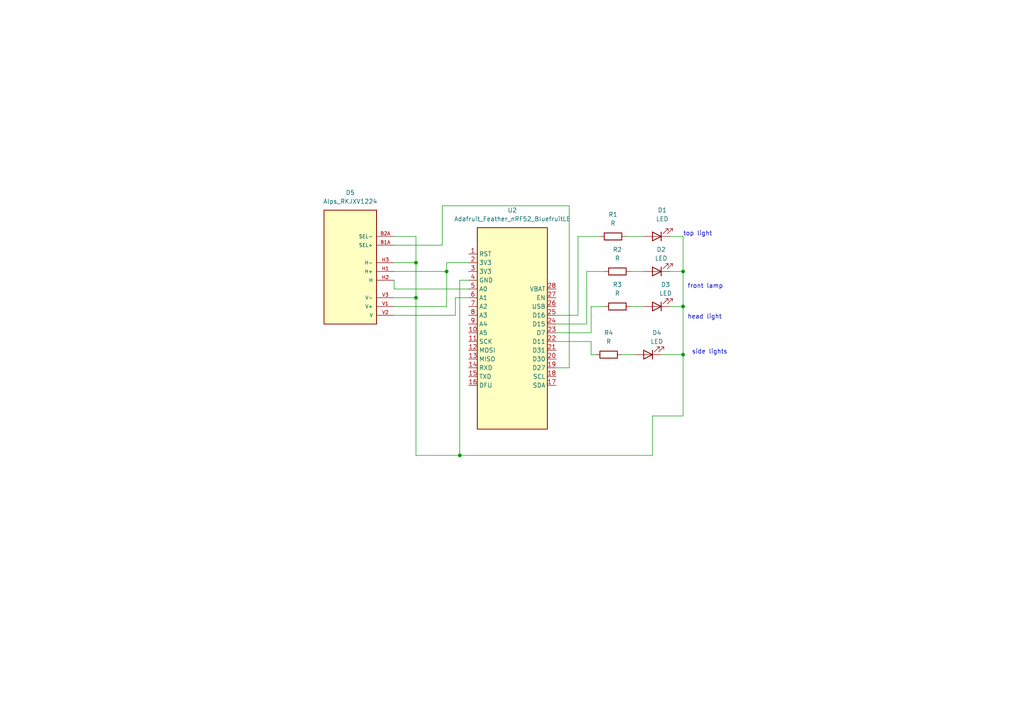
<source format=kicad_sch>
(kicad_sch (version 20211123) (generator eeschema)
  (paper "A4")
  (lib_symbols
    (symbol "Device:LED" (pin_numbers hide) (pin_names (offset 1.016) hide)
      (property "Reference" "D" (at 0 2.54 0))
      (property "Value" "LED" (at 0 -2.54 0))
      (symbol "LED_0_1"
        (polyline (pts (xy -1.27 -1.27) (xy -1.27 1.27)) (stroke (width 0.254)))
        (polyline (pts (xy -1.27 0) (xy 1.27 0)))
        (polyline (pts (xy 1.27 -1.27) (xy 1.27 1.27) (xy -1.27 0) (xy 1.27 -1.27)) (stroke (width 0.254)))
        (polyline (pts (xy -3.048 -0.762) (xy -4.572 -2.286) (xy -3.81 -2.286) (xy -4.572 -2.286) (xy -4.572 -1.524)))
        (polyline (pts (xy -1.778 -0.762) (xy -3.302 -2.286) (xy -2.54 -2.286) (xy -3.302 -2.286) (xy -3.302 -1.524)))
      )
      (symbol "LED_1_1"
        (pin passive line (at -3.81 0 0) (length 2.54) (name "K") (number "1"))
        (pin passive line (at 3.81 0 180) (length 2.54) (name "A") (number "2"))
      )
    )
    (symbol "Device:R" (pin_numbers hide) (pin_names (offset 0))
      (property "Reference" "R" (at 2.032 0 90))
      (property "Value" "R" (at 0 0 90))
      (symbol "R_0_1"
        (rectangle (start -1.016 -2.54) (end 1.016 2.54) (stroke (width 0.254)))
      )
      (symbol "R_1_1"
        (pin passive line (at 0 3.81 270) (length 1.27) (name "~") (number "1"))
        (pin passive line (at 0 -3.81 90) (length 1.27) (name "~") (number "2"))
      )
    )
    (symbol "cq-80:Adafruit_Feather_nRF52_BluefruitLE"
      (property "Reference" "U" (at 0 0 0))
      (property "Value" "Adafruit_Feather_nRF52_BluefruitLE" (at 1.27 -30.48 0))
      (symbol "Adafruit_Feather_nRF52_BluefruitLE_0_1"
        (rectangle (start -10.16 30.48) (end 10.16 -27.94) (stroke (width 0.254)) (fill (type background)))
      )
      (symbol "Adafruit_Feather_nRF52_BluefruitLE_1_1"
        (pin bidirectional line (at -12.7 22.86 0) (length 2.54) (name "RST") (number "1"))
        (pin bidirectional line (at -12.7 0 0) (length 2.54) (name "A5") (number "10"))
        (pin bidirectional line (at -12.7 -2.54 0) (length 2.54) (name "SCK") (number "11"))
        (pin bidirectional line (at -12.7 -5.08 0) (length 2.54) (name "MOSI") (number "12"))
        (pin bidirectional line (at -12.7 -7.62 0) (length 2.54) (name "MISO") (number "13"))
        (pin bidirectional line (at -12.7 -10.16 0) (length 2.54) (name "RXD") (number "14"))
        (pin bidirectional line (at -12.7 -12.7 0) (length 2.54) (name "TXD") (number "15"))
        (pin bidirectional line (at -12.7 -15.24 0) (length 2.54) (name "DFU") (number "16"))
        (pin bidirectional line (at 12.7 -15.24 180) (length 2.54) (name "SDA") (number "17"))
        (pin bidirectional line (at 12.7 -12.7 180) (length 2.54) (name "SCL") (number "18"))
        (pin bidirectional line (at 12.7 -10.16 180) (length 2.54) (name "D27") (number "19"))
        (pin power_in line (at -12.7 20.32 0) (length 2.54) (name "3V3") (number "2"))
        (pin bidirectional line (at 12.7 -7.62 180) (length 2.54) (name "D30") (number "20"))
        (pin bidirectional line (at 12.7 -5.08 180) (length 2.54) (name "D31") (number "21"))
        (pin bidirectional line (at 12.7 -2.54 180) (length 2.54) (name "D11") (number "22"))
        (pin bidirectional line (at 12.7 0 180) (length 2.54) (name "D7") (number "23"))
        (pin bidirectional line (at 12.7 2.54 180) (length 2.54) (name "D15") (number "24"))
        (pin bidirectional line (at 12.7 5.08 180) (length 2.54) (name "D16") (number "25"))
        (pin power_in line (at 12.7 7.62 180) (length 2.54) (name "USB") (number "26"))
        (pin input line (at 12.7 10.16 180) (length 2.54) (name "EN") (number "27"))
        (pin power_in line (at 12.7 12.7 180) (length 2.54) (name "VBAT") (number "28"))
        (pin power_in line (at -12.7 17.78 0) (length 2.54) (name "3V3") (number "3"))
        (pin power_in line (at -12.7 15.24 0) (length 2.54) (name "GND") (number "4"))
        (pin bidirectional line (at -12.7 12.7 0) (length 2.54) (name "A0") (number "5"))
        (pin bidirectional line (at -12.7 10.16 0) (length 2.54) (name "A1") (number "6"))
        (pin bidirectional line (at -12.7 7.62 0) (length 2.54) (name "A2") (number "7"))
        (pin bidirectional line (at -12.7 5.08 0) (length 2.54) (name "A3") (number "8"))
        (pin bidirectional line (at -12.7 2.54 0) (length 2.54) (name "A4") (number "9"))
      )
    )
    (symbol "cq-80:Alps_RKJXV1224" (pin_names (offset 1.016))
      (property "Reference" "U" (at -7.62 16.002 0))
      (property "Value" "Alps_RKJXV1224" (at -7.62 -20.32 0))
      (symbol "Alps_RKJXV1224_0_0"
        (rectangle (start -7.62 -17.78) (end 7.62 15.24) (stroke (width 0.254)) (fill (type background)))
        (pin passive line (at -12.7 -7.62 0) (length 5.08) (name "SEL+") (number "B1A"))
        (pin passive line (at -12.7 -10.16 0) (length 5.08) (name "SEL-") (number "B2A"))
        (pin passive line (at -12.7 0 0) (length 5.08) (name "H+") (number "H1"))
        (pin passive line (at -12.7 2.54 0) (length 5.08) (name "H") (number "H2"))
        (pin passive line (at -12.7 -2.54 0) (length 5.08) (name "H-") (number "H3"))
        (pin passive line (at -12.7 10.16 0) (length 5.08) (name "V+") (number "V1"))
        (pin passive line (at -12.7 12.7 0) (length 5.08) (name "V") (number "V2"))
        (pin passive line (at -12.7 7.62 0) (length 5.08) (name "V-") (number "V3"))
      )
    )
  )
  (junction (at 133.35 132.08))
  (junction (at 120.65 76.2))
  (junction (at 198.12 78.74))
  (junction (at 129.54 78.74))
  (junction (at 198.12 102.87))
  (junction (at 198.12 88.9))
  (junction (at 120.65 86.36))
  (wire (pts (xy 175.26 88.9) (xy 171.45 88.9)))
  (wire (pts (xy 167.64 68.58) (xy 167.64 91.44)))
  (wire (pts (xy 161.29 93.98) (xy 170.18 93.98)))
  (wire (pts (xy 165.1 106.68) (xy 161.29 106.68)))
  (wire (pts (xy 172.72 102.87) (xy 171.45 102.87)))
  (wire (pts (xy 120.65 132.08) (xy 133.35 132.08)))
  (wire (pts (xy 128.27 71.12) (xy 128.27 59.69)))
  (wire (pts (xy 194.31 78.74) (xy 198.12 78.74)))
  (wire (pts (xy 171.45 102.87) (xy 171.45 99.06)))
  (wire (pts (xy 189.23 120.65) (xy 198.12 120.65)))
  (wire (pts (xy 182.88 88.9) (xy 186.69 88.9)))
  (wire (pts (xy 135.89 76.2) (xy 129.54 76.2)))
  (wire (pts (xy 191.77 102.87) (xy 198.12 102.87)))
  (wire (pts (xy 133.35 81.28) (xy 133.35 132.08)))
  (wire (pts (xy 135.89 81.28) (xy 133.35 81.28)))
  (wire (pts (xy 198.12 78.74) (xy 198.12 88.9)))
  (wire (pts (xy 165.1 59.69) (xy 165.1 106.68)))
  (wire (pts (xy 132.08 91.44) (xy 114.3 91.44)))
  (wire (pts (xy 189.23 132.08) (xy 189.23 120.65)))
  (wire (pts (xy 173.99 68.58) (xy 167.64 68.58)))
  (wire (pts (xy 171.45 96.52) (xy 161.29 96.52)))
  (wire (pts (xy 114.3 71.12) (xy 128.27 71.12)))
  (wire (pts (xy 198.12 68.58) (xy 198.12 78.74)))
  (wire (pts (xy 180.34 102.87) (xy 184.15 102.87)))
  (wire (pts (xy 120.65 86.36) (xy 120.65 132.08)))
  (wire (pts (xy 198.12 88.9) (xy 198.12 102.87)))
  (wire (pts (xy 120.65 76.2) (xy 120.65 86.36)))
  (wire (pts (xy 170.18 78.74) (xy 170.18 93.98)))
  (wire (pts (xy 129.54 76.2) (xy 129.54 78.74)))
  (wire (pts (xy 198.12 102.87) (xy 198.12 120.65)))
  (wire (pts (xy 129.54 78.74) (xy 129.54 88.9)))
  (wire (pts (xy 133.35 132.08) (xy 189.23 132.08)))
  (wire (pts (xy 167.64 91.44) (xy 161.29 91.44)))
  (wire (pts (xy 181.61 68.58) (xy 186.69 68.58)))
  (wire (pts (xy 132.08 86.36) (xy 132.08 91.44)))
  (wire (pts (xy 114.3 83.82) (xy 114.3 81.28)))
  (wire (pts (xy 182.88 78.74) (xy 186.69 78.74)))
  (wire (pts (xy 171.45 99.06) (xy 161.29 99.06)))
  (wire (pts (xy 128.27 59.69) (xy 165.1 59.69)))
  (wire (pts (xy 194.31 68.58) (xy 198.12 68.58)))
  (wire (pts (xy 171.45 88.9) (xy 171.45 96.52)))
  (wire (pts (xy 135.89 83.82) (xy 114.3 83.82)))
  (wire (pts (xy 114.3 76.2) (xy 120.65 76.2)))
  (wire (pts (xy 120.65 68.58) (xy 120.65 76.2)))
  (wire (pts (xy 175.26 78.74) (xy 170.18 78.74)))
  (wire (pts (xy 114.3 88.9) (xy 129.54 88.9)))
  (wire (pts (xy 129.54 78.74) (xy 114.3 78.74)))
  (wire (pts (xy 114.3 68.58) (xy 120.65 68.58)))
  (wire (pts (xy 114.3 86.36) (xy 120.65 86.36)))
  (wire (pts (xy 135.89 86.36) (xy 132.08 86.36)))
  (wire (pts (xy 194.31 88.9) (xy 198.12 88.9)))
  (text "top light" (at 198.12 68.58 0) (effects (font (size 1.27 1.27)) (justify left bottom)))
  (text "front lamp" (at 199.39 83.82 0) (effects (font (size 1.27 1.27)) (justify left bottom)))
  (text "head light" (at 199.39 92.71 0) (effects (font (size 1.27 1.27)) (justify left bottom)))
  (text "side lights" (at 200.66 102.87 0) (effects (font (size 1.27 1.27)) (justify left bottom)))
  (symbol (lib_id "Device:R") (at 179.07 88.9 90) (unit 1)
    (property "Reference" "R3" (at 179.07 82.55 90))
    (property "Value" "R" (at 179.07 85.09 90))
    (property "Footprint" "Resistor_THT:R_Axial_DIN0207_L6.3mm_D2.5mm_P10.16mm_Horizontal" (effects hide))
  )
  (symbol (lib_id "Device:R") (at 179.07 78.74 90) (unit 1)
    (property "Reference" "R2" (at 179.07 72.39 90))
    (property "Value" "R" (at 179.07 74.93 90))
    (property "Footprint" "Resistor_THT:R_Axial_DIN0207_L6.3mm_D2.5mm_P10.16mm_Horizontal" (effects hide))
  )
  (symbol (lib_id "cq-80:Adafruit_Feather_nRF52_BluefruitLE") (at 148.59 96.52 0) (unit 1)
    (property "Reference" "U2" (at 148.59 60.96 0))
    (property "Value" "Adafruit_Feather_nRF52_BluefruitLE" (at 148.59 63.5 0))
    (property "Footprint" "cq-80:Adafruit_Feather_nRF52_BluefruitLE" (effects hide))
  )
  (symbol (lib_id "cq-80:Alps_RKJXV1224") (at 101.6 78.74 180) (unit 1)
    (property "Reference" "D5" (at 101.6 55.88 0))
    (property "Value" "Alps_RKJXV1224" (at 101.6 58.42 0))
    (property "Footprint" "cq-80:Alps_RKJXV1224" (effects hide))
  )
  (symbol (lib_id "Device:LED") (at 190.5 68.58 180) (unit 1)
    (property "Reference" "D1" (at 192.0875 60.96 0))
    (property "Value" "LED" (at 192.0875 63.5 0))
    (property "Footprint" "LED_THT:LED_D5.0mm_Clear" (effects hide))
  )
  (symbol (lib_id "Device:LED") (at 187.96 102.87 180) (unit 1)
    (property "Reference" "D4" (at 190.5 96.52 0))
    (property "Value" "LED" (at 190.5 99.06 0))
    (property "Footprint" "LED_THT:LED_D5.0mm_Clear" (effects hide))
  )
  (symbol (lib_id "Device:LED") (at 190.5 78.74 180) (unit 1)
    (property "Reference" "D2" (at 191.77 72.39 0))
    (property "Value" "LED" (at 191.77 74.93 0))
    (property "Footprint" "LED_THT:LED_D5.0mm_Clear" (effects hide))
  )
  (symbol (lib_id "Device:R") (at 177.8 68.58 90) (unit 1)
    (property "Reference" "R1" (at 177.8 62.23 90))
    (property "Value" "R" (at 177.8 64.77 90))
    (property "Footprint" "Resistor_THT:R_Axial_DIN0207_L6.3mm_D2.5mm_P10.16mm_Horizontal" (effects hide))
  )
  (symbol (lib_id "Device:R") (at 176.53 102.87 90) (unit 1)
    (property "Reference" "R4" (at 176.53 96.52 90))
    (property "Value" "R" (at 176.53 99.06 90))
    (property "Footprint" "Resistor_THT:R_Axial_DIN0207_L6.3mm_D2.5mm_P10.16mm_Horizontal" (effects hide))
  )
  (symbol (lib_id "Device:LED") (at 190.5 88.9 180) (unit 1)
    (property "Reference" "D3" (at 193.04 82.55 0))
    (property "Value" "LED" (at 193.04 85.09 0))
    (property "Footprint" "LED_THT:LED_D5.0mm_Clear" (effects hide))
  )
)
</source>
